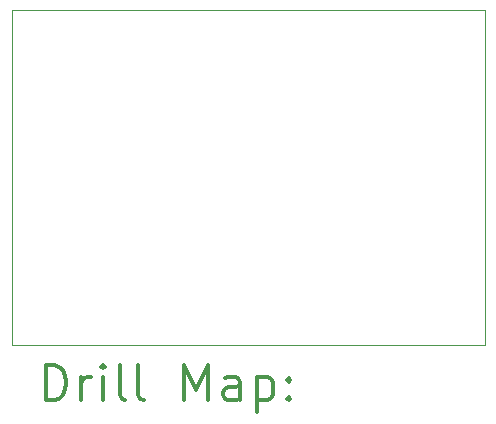
<source format=gbr>
%FSLAX45Y45*%
G04 Gerber Fmt 4.5, Leading zero omitted, Abs format (unit mm)*
G04 Created by KiCad (PCBNEW (5.1.5)-3) date 2020-05-18 23:05:06*
%MOMM*%
%LPD*%
G04 APERTURE LIST*
%TA.AperFunction,Profile*%
%ADD10C,0.050000*%
%TD*%
%ADD11C,0.200000*%
%ADD12C,0.300000*%
G04 APERTURE END LIST*
D10*
X12000000Y-8582895D02*
X8000000Y-8582895D01*
X12000000Y-8582895D02*
X12000000Y-11417110D01*
X8000000Y-11417110D02*
X12000000Y-11417110D01*
X8000000Y-8582895D02*
X8000000Y-11417110D01*
D11*
D12*
X8283928Y-11885324D02*
X8283928Y-11585324D01*
X8355357Y-11585324D01*
X8398214Y-11599610D01*
X8426786Y-11628181D01*
X8441071Y-11656753D01*
X8455357Y-11713896D01*
X8455357Y-11756753D01*
X8441071Y-11813896D01*
X8426786Y-11842467D01*
X8398214Y-11871039D01*
X8355357Y-11885324D01*
X8283928Y-11885324D01*
X8583928Y-11885324D02*
X8583928Y-11685324D01*
X8583928Y-11742467D02*
X8598214Y-11713896D01*
X8612500Y-11699610D01*
X8641071Y-11685324D01*
X8669643Y-11685324D01*
X8769643Y-11885324D02*
X8769643Y-11685324D01*
X8769643Y-11585324D02*
X8755357Y-11599610D01*
X8769643Y-11613896D01*
X8783928Y-11599610D01*
X8769643Y-11585324D01*
X8769643Y-11613896D01*
X8955357Y-11885324D02*
X8926786Y-11871039D01*
X8912500Y-11842467D01*
X8912500Y-11585324D01*
X9112500Y-11885324D02*
X9083928Y-11871039D01*
X9069643Y-11842467D01*
X9069643Y-11585324D01*
X9455357Y-11885324D02*
X9455357Y-11585324D01*
X9555357Y-11799610D01*
X9655357Y-11585324D01*
X9655357Y-11885324D01*
X9926786Y-11885324D02*
X9926786Y-11728181D01*
X9912500Y-11699610D01*
X9883928Y-11685324D01*
X9826786Y-11685324D01*
X9798214Y-11699610D01*
X9926786Y-11871039D02*
X9898214Y-11885324D01*
X9826786Y-11885324D01*
X9798214Y-11871039D01*
X9783928Y-11842467D01*
X9783928Y-11813896D01*
X9798214Y-11785324D01*
X9826786Y-11771039D01*
X9898214Y-11771039D01*
X9926786Y-11756753D01*
X10069643Y-11685324D02*
X10069643Y-11985324D01*
X10069643Y-11699610D02*
X10098214Y-11685324D01*
X10155357Y-11685324D01*
X10183928Y-11699610D01*
X10198214Y-11713896D01*
X10212500Y-11742467D01*
X10212500Y-11828181D01*
X10198214Y-11856753D01*
X10183928Y-11871039D01*
X10155357Y-11885324D01*
X10098214Y-11885324D01*
X10069643Y-11871039D01*
X10341071Y-11856753D02*
X10355357Y-11871039D01*
X10341071Y-11885324D01*
X10326786Y-11871039D01*
X10341071Y-11856753D01*
X10341071Y-11885324D01*
X10341071Y-11699610D02*
X10355357Y-11713896D01*
X10341071Y-11728181D01*
X10326786Y-11713896D01*
X10341071Y-11699610D01*
X10341071Y-11728181D01*
M02*

</source>
